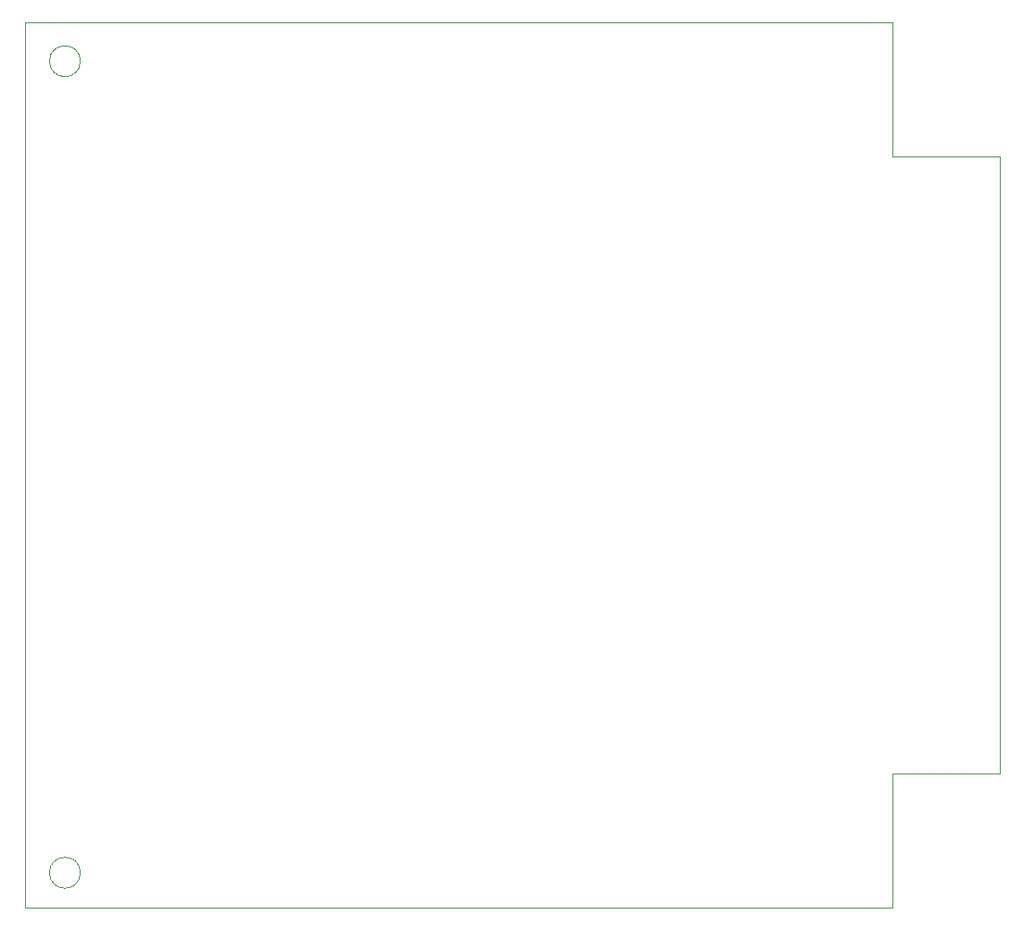
<source format=gbr>
G04 #@! TF.GenerationSoftware,KiCad,Pcbnew,(5.1.4)-1*
G04 #@! TF.CreationDate,2019-09-23T20:10:07+02:00*
G04 #@! TF.ProjectId,Konami-2_DE10Nano_adapter,4b6f6e61-6d69-42d3-925f-444531304e61,1.1*
G04 #@! TF.SameCoordinates,Original*
G04 #@! TF.FileFunction,Profile,NP*
%FSLAX46Y46*%
G04 Gerber Fmt 4.6, Leading zero omitted, Abs format (unit mm)*
G04 Created by KiCad (PCBNEW (5.1.4)-1) date 2019-09-23 20:10:07*
%MOMM*%
%LPD*%
G04 APERTURE LIST*
%ADD10C,0.050000*%
G04 APERTURE END LIST*
D10*
X170370500Y-47625000D02*
G75*
G03X170370500Y-47625000I-1460500J0D01*
G01*
X170370500Y-124460000D02*
G75*
G03X170370500Y-124460000I-1460500J0D01*
G01*
X247142000Y-43942000D02*
X165100000Y-43942000D01*
X247142000Y-127762000D02*
X165100000Y-127762000D01*
X165100000Y-43942000D02*
X165100000Y-46482000D01*
X247142000Y-46482000D02*
X247142000Y-43942000D01*
X165100000Y-127762000D02*
X165100000Y-122682000D01*
X247142000Y-122682000D02*
X247142000Y-127762000D01*
X165100000Y-122682000D02*
X165100000Y-46482000D01*
X257302000Y-56642000D02*
X257048000Y-56642000D01*
X257302000Y-109982000D02*
X257302000Y-56642000D01*
X247142000Y-56642000D02*
X247142000Y-46482000D01*
X257048000Y-56642000D02*
X247142000Y-56642000D01*
X247142000Y-115062000D02*
X247142000Y-122682000D01*
X257302000Y-115062000D02*
X247142000Y-115062000D01*
X257302000Y-109982000D02*
X257302000Y-115062000D01*
M02*

</source>
